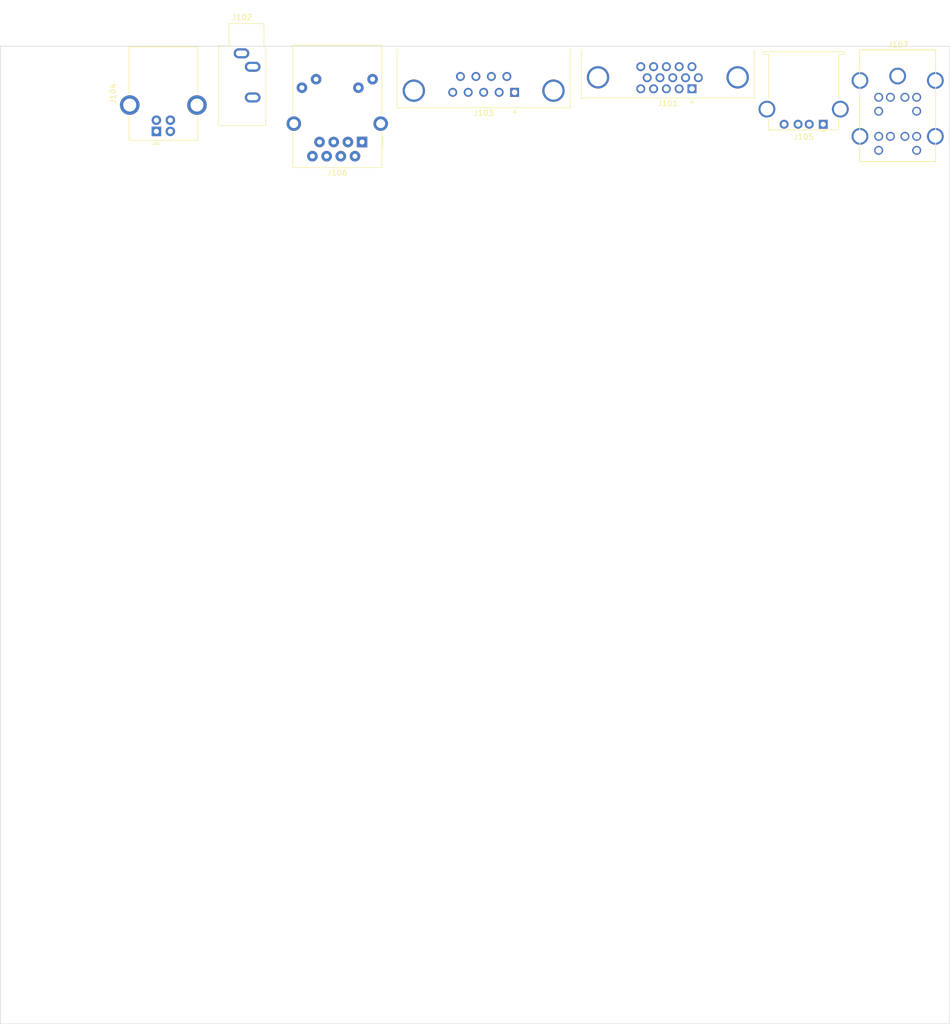
<source format=kicad_pcb>
(kicad_pcb (version 20171130) (host pcbnew 5.1.6+dfsg1-1)

  (general
    (thickness 1.6)
    (drawings 8)
    (tracks 0)
    (zones 0)
    (modules 7)
    (nets 6)
  )

  (page A3)
  (layers
    (0 F.Cu signal)
    (31 B.Cu signal)
    (32 B.Adhes user)
    (33 F.Adhes user)
    (34 B.Paste user)
    (35 F.Paste user)
    (36 B.SilkS user)
    (37 F.SilkS user)
    (38 B.Mask user)
    (39 F.Mask user)
    (40 Dwgs.User user)
    (41 Cmts.User user)
    (42 Eco1.User user)
    (43 Eco2.User user)
    (44 Edge.Cuts user)
    (45 Margin user)
    (46 B.CrtYd user)
    (47 F.CrtYd user)
    (48 B.Fab user)
    (49 F.Fab user)
  )

  (setup
    (last_trace_width 0.25)
    (trace_clearance 0.2)
    (zone_clearance 0.508)
    (zone_45_only no)
    (trace_min 0.2)
    (via_size 0.8)
    (via_drill 0.4)
    (via_min_size 0.4)
    (via_min_drill 0.3)
    (uvia_size 0.3)
    (uvia_drill 0.1)
    (uvias_allowed no)
    (uvia_min_size 0.2)
    (uvia_min_drill 0.1)
    (edge_width 0.05)
    (segment_width 0.2)
    (pcb_text_width 0.3)
    (pcb_text_size 1.5 1.5)
    (mod_edge_width 0.12)
    (mod_text_size 1 1)
    (mod_text_width 0.15)
    (pad_size 1.524 1.524)
    (pad_drill 0.762)
    (pad_to_mask_clearance 0.05)
    (aux_axis_origin 0 0)
    (visible_elements FFFFFF7F)
    (pcbplotparams
      (layerselection 0x010fc_ffffffff)
      (usegerberextensions false)
      (usegerberattributes true)
      (usegerberadvancedattributes true)
      (creategerberjobfile true)
      (excludeedgelayer true)
      (linewidth 0.100000)
      (plotframeref false)
      (viasonmask false)
      (mode 1)
      (useauxorigin false)
      (hpglpennumber 1)
      (hpglpenspeed 20)
      (hpglpendiameter 15.000000)
      (psnegative false)
      (psa4output false)
      (plotreference true)
      (plotvalue true)
      (plotinvisibletext false)
      (padsonsilk false)
      (subtractmaskfromsilk false)
      (outputformat 1)
      (mirror false)
      (drillshape 1)
      (scaleselection 1)
      (outputdirectory ""))
  )

  (net 0 "")
  (net 1 "Net-(J101-Pad0)")
  (net 2 "Net-(J103-Pad0)")
  (net 3 "Net-(J104-Pad5)")
  (net 4 "Net-(J105-Pad5)")
  (net 5 "Net-(J106-Pad13)")

  (net_class Default "This is the default net class."
    (clearance 0.2)
    (trace_width 0.25)
    (via_dia 0.8)
    (via_drill 0.4)
    (uvia_dia 0.3)
    (uvia_drill 0.1)
    (add_net "Net-(J101-Pad0)")
    (add_net "Net-(J101-Pad1)")
    (add_net "Net-(J101-Pad10)")
    (add_net "Net-(J101-Pad11)")
    (add_net "Net-(J101-Pad12)")
    (add_net "Net-(J101-Pad13)")
    (add_net "Net-(J101-Pad14)")
    (add_net "Net-(J101-Pad15)")
    (add_net "Net-(J101-Pad2)")
    (add_net "Net-(J101-Pad3)")
    (add_net "Net-(J101-Pad4)")
    (add_net "Net-(J101-Pad5)")
    (add_net "Net-(J101-Pad6)")
    (add_net "Net-(J101-Pad7)")
    (add_net "Net-(J101-Pad8)")
    (add_net "Net-(J101-Pad9)")
    (add_net "Net-(J102-PadR)")
    (add_net "Net-(J102-PadS)")
    (add_net "Net-(J102-PadT)")
    (add_net "Net-(J103-Pad0)")
    (add_net "Net-(J103-Pad1)")
    (add_net "Net-(J103-Pad2)")
    (add_net "Net-(J103-Pad3)")
    (add_net "Net-(J103-Pad4)")
    (add_net "Net-(J103-Pad5)")
    (add_net "Net-(J103-Pad6)")
    (add_net "Net-(J103-Pad7)")
    (add_net "Net-(J103-Pad8)")
    (add_net "Net-(J103-Pad9)")
    (add_net "Net-(J104-Pad1)")
    (add_net "Net-(J104-Pad2)")
    (add_net "Net-(J104-Pad3)")
    (add_net "Net-(J104-Pad4)")
    (add_net "Net-(J104-Pad5)")
    (add_net "Net-(J105-Pad1)")
    (add_net "Net-(J105-Pad2)")
    (add_net "Net-(J105-Pad3)")
    (add_net "Net-(J105-Pad4)")
    (add_net "Net-(J105-Pad5)")
    (add_net "Net-(J106-Pad13)")
    (add_net "Net-(J106-PadL1)")
    (add_net "Net-(J106-PadL2)")
    (add_net "Net-(J106-PadL3)")
    (add_net "Net-(J106-PadL4)")
    (add_net "Net-(J106-PadR1)")
    (add_net "Net-(J106-PadR2)")
    (add_net "Net-(J106-PadR3)")
    (add_net "Net-(J106-PadR4)")
    (add_net "Net-(J106-PadR5)")
    (add_net "Net-(J106-PadR6)")
    (add_net "Net-(J106-PadR7)")
    (add_net "Net-(J106-PadR8)")
    (add_net "Net-(J107-Pad1)")
    (add_net "Net-(J107-Pad10)")
    (add_net "Net-(J107-Pad11)")
    (add_net "Net-(J107-Pad12)")
    (add_net "Net-(J107-Pad2)")
    (add_net "Net-(J107-Pad3)")
    (add_net "Net-(J107-Pad4)")
    (add_net "Net-(J107-Pad5)")
    (add_net "Net-(J107-Pad6)")
    (add_net "Net-(J107-Pad7)")
    (add_net "Net-(J107-Pad8)")
    (add_net "Net-(J107-Pad9)")
  )

  (module Neotron-Common-Hardware:Double_mini-DIN_6 (layer F.Cu) (tedit 5DFE2C1E) (tstamp 5FCC20E1)
    (at 200.66 40.64)
    (descr "Double stacked header for PS/2 Keyboard and Mouse")
    (tags PS/2)
    (path /5FCD0B49)
    (fp_text reference J107 (at 0.1 -0.9) (layer F.SilkS)
      (effects (font (size 1 1) (thickness 0.15)))
    )
    (fp_text value Double-mini-DIN-6 (at 0 20.8) (layer F.Fab)
      (effects (font (size 1 1) (thickness 0.15)))
    )
    (fp_line (start -6.8 0) (end -6.8 20) (layer F.SilkS) (width 0.15))
    (fp_line (start 6.8 0) (end -6.8 0) (layer F.SilkS) (width 0.15))
    (fp_line (start 6.8 20) (end 6.8 0) (layer F.SilkS) (width 0.15))
    (fp_line (start -6.8 20) (end 6.8 20) (layer F.SilkS) (width 0.15))
    (pad 16 thru_hole circle (at -6.75 15.5) (size 2.99 2.99) (drill 2.29) (layers *.Cu *.Mask))
    (pad 17 thru_hole circle (at 6.75 15.5) (size 2.99 2.99) (drill 2.29) (layers *.Cu *.Mask))
    (pad 11 thru_hole circle (at -3.4 18) (size 1.6 1.6) (drill 1.1) (layers *.Cu *.Mask))
    (pad 9 thru_hole circle (at -3.4 15.5) (size 1.6 1.6) (drill 1.1) (layers *.Cu *.Mask))
    (pad 8 thru_hole circle (at 1.3 15.5) (size 1.6 1.6) (drill 1.1) (layers *.Cu *.Mask))
    (pad 12 thru_hole circle (at 3.4 18) (size 1.6 1.6) (drill 1.1) (layers *.Cu *.Mask))
    (pad 7 thru_hole circle (at -1.3 15.5) (size 1.6 1.6) (drill 1.1) (layers *.Cu *.Mask))
    (pad 10 thru_hole circle (at 3.4 15.5) (size 1.6 1.6) (drill 1.1) (layers *.Cu *.Mask))
    (pad 3 thru_hole circle (at -3.4 8.5) (size 1.6 1.6) (drill 1.1) (layers *.Cu *.Mask))
    (pad 2 thru_hole circle (at 1.3 8.5) (size 1.6 1.6) (drill 1.1) (layers *.Cu *.Mask))
    (pad 4 thru_hole circle (at 3.4 8.5) (size 1.6 1.6) (drill 1.1) (layers *.Cu *.Mask))
    (pad 1 thru_hole circle (at -1.3 8.5) (size 1.6 1.6) (drill 1.1) (layers *.Cu *.Mask))
    (pad 15 thru_hole circle (at 6.75 5.5) (size 2.99 2.99) (drill 2.29) (layers *.Cu *.Mask))
    (pad 14 thru_hole circle (at 0 4.7) (size 2.99 2.99) (drill 2.29) (layers *.Cu *.Mask))
    (pad 13 thru_hole circle (at -6.75 5.5) (size 2.99 2.99) (drill 2.29) (layers *.Cu *.Mask))
    (pad 5 thru_hole circle (at -3.4 11) (size 1.6 1.6) (drill 1.1) (layers *.Cu *.Mask))
    (pad 6 thru_hole circle (at 3.4 11) (size 1.6 1.6) (drill 1.1) (layers *.Cu *.Mask))
  )

  (module Connector_RJ:RJ45_Amphenol_RJMG1BD3B8K1ANR (layer F.Cu) (tedit 5ADFAE47) (tstamp 5FCC25D7)
    (at 104.775 57.15 180)
    (descr "1 Port RJ45 Magjack Connector Through Hole 10/100 Base-T, AutoMDIX, https://www.amphenolcanada.com/ProductSearch/Drawings/AC/RJMG1BD3B8K1ANR.PDF")
    (tags "RJ45 Magjack")
    (path /5FCC170E)
    (fp_text reference J106 (at 4.445 -5.49) (layer F.SilkS)
      (effects (font (size 1 1) (thickness 0.15)))
    )
    (fp_text value RJ45_Amphenol_RJMG1BD3B8K1ANR (at 4.445 18.23) (layer F.Fab)
      (effects (font (size 1 1) (thickness 0.15)))
    )
    (fp_text user %R (at 4.445 6.37) (layer F.Fab)
      (effects (font (size 1 1) (thickness 0.15)))
    )
    (fp_line (start -2.43 -4.49) (end 12.32 -4.49) (layer F.Fab) (width 0.1))
    (fp_line (start 12.32 -4.49) (end 12.32 17.23) (layer F.Fab) (width 0.1))
    (fp_line (start 12.32 17.23) (end -3.43 17.23) (layer F.Fab) (width 0.1))
    (fp_line (start -3.43 17.23) (end -3.43 -3.49) (layer F.Fab) (width 0.1))
    (fp_line (start -3.43 -3.49) (end -2.43 -4.49) (layer F.Fab) (width 0.1))
    (fp_line (start -3.53 1.69) (end -3.53 -4.59) (layer F.SilkS) (width 0.12))
    (fp_line (start -3.53 -4.59) (end 12.42 -4.59) (layer F.SilkS) (width 0.12))
    (fp_line (start 12.42 -4.59) (end 12.42 1.69) (layer F.SilkS) (width 0.12))
    (fp_line (start 12.42 4.89) (end 12.42 17.33) (layer F.SilkS) (width 0.12))
    (fp_line (start 12.42 17.33) (end -3.53 17.33) (layer F.SilkS) (width 0.12))
    (fp_line (start -3.53 17.33) (end -3.53 4.89) (layer F.SilkS) (width 0.12))
    (fp_line (start -3.73 -1) (end -3.73 1) (layer F.SilkS) (width 0.12))
    (fp_line (start -5.13 -4.99) (end -5.13 17.73) (layer F.CrtYd) (width 0.05))
    (fp_line (start -5.13 17.73) (end 14.02 17.73) (layer F.CrtYd) (width 0.05))
    (fp_line (start 14.02 17.73) (end 14.02 -4.99) (layer F.CrtYd) (width 0.05))
    (fp_line (start 14.02 -4.99) (end -5.13 -4.99) (layer F.CrtYd) (width 0.05))
    (pad "" np_thru_hole circle (at 10.16 6.34 180) (size 3.25 3.25) (drill 3.25) (layers *.Cu *.Mask))
    (pad "" np_thru_hole circle (at -1.27 6.34 180) (size 3.25 3.25) (drill 3.25) (layers *.Cu *.Mask))
    (pad 13 thru_hole circle (at 12.22 3.29 180) (size 2.6 2.6) (drill 1.6) (layers *.Cu *.Mask)
      (net 5 "Net-(J106-Pad13)"))
    (pad 13 thru_hole circle (at -3.33 3.29 180) (size 2.6 2.6) (drill 1.6) (layers *.Cu *.Mask)
      (net 5 "Net-(J106-Pad13)"))
    (pad L4 thru_hole circle (at -1.88 11.24 180) (size 1.89 1.89) (drill 0.89) (layers *.Cu *.Mask))
    (pad L3 thru_hole circle (at 0.66 9.72 180) (size 1.89 1.89) (drill 0.89) (layers *.Cu *.Mask))
    (pad L2 thru_hole circle (at 8.23 11.24 180) (size 1.89 1.89) (drill 0.89) (layers *.Cu *.Mask))
    (pad L1 thru_hole circle (at 10.77 9.72 180) (size 1.89 1.89) (drill 0.89) (layers *.Cu *.Mask))
    (pad R8 thru_hole circle (at 8.89 -2.54 180) (size 1.9 1.9) (drill 0.9) (layers *.Cu *.Mask))
    (pad R7 thru_hole circle (at 7.62 0 180) (size 1.9 1.9) (drill 0.9) (layers *.Cu *.Mask))
    (pad R6 thru_hole circle (at 6.35 -2.54 180) (size 1.9 1.9) (drill 0.9) (layers *.Cu *.Mask))
    (pad R5 thru_hole circle (at 5.08 0 180) (size 1.9 1.9) (drill 0.9) (layers *.Cu *.Mask))
    (pad R4 thru_hole circle (at 3.81 -2.54 180) (size 1.9 1.9) (drill 0.9) (layers *.Cu *.Mask))
    (pad R3 thru_hole circle (at 2.54 0 180) (size 1.9 1.9) (drill 0.9) (layers *.Cu *.Mask))
    (pad R2 thru_hole circle (at 1.27 -2.54 180) (size 1.9 1.9) (drill 0.9) (layers *.Cu *.Mask))
    (pad R1 thru_hole rect (at 0 0 180) (size 1.9 1.9) (drill 0.9) (layers *.Cu *.Mask))
    (model ${KISYS3DMOD}/Connector_RJ.3dshapes/RJ45_Amphenol_RJMG1BD3B8K1ANR.wrl
      (at (xyz 0 0 0))
      (scale (xyz 1 1 1))
      (rotate (xyz 0 0 0))
    )
  )

  (module Connector_USB:USB_A_Stewart_SS-52100-001_Horizontal (layer F.Cu) (tedit 5CB49A87) (tstamp 5FCC2195)
    (at 187.325 53.975 180)
    (descr "USB A connector https://belfuse.com/resources/drawings/stewartconnector/dr-stw-ss-52100-001.pdf")
    (tags "USB_A Female Connector receptacle")
    (path /5FCCA16F)
    (fp_text reference J105 (at 3.5 -2.26) (layer F.SilkS)
      (effects (font (size 1 1) (thickness 0.15)))
    )
    (fp_text value USB_A (at 3.5 14.49) (layer F.Fab)
      (effects (font (size 1 1) (thickness 0.15)))
    )
    (fp_text user %R (at 3.5 5.99) (layer F.Fab)
      (effects (font (size 1 1) (thickness 0.15)))
    )
    (fp_line (start 10.25 4.74) (end 11.25 4.74) (layer F.CrtYd) (width 0.05))
    (fp_line (start 10.25 11.99) (end 10.25 4.74) (layer F.CrtYd) (width 0.05))
    (fp_line (start 11.25 11.99) (end 10.25 11.99) (layer F.CrtYd) (width 0.05))
    (fp_line (start 11.25 13.49) (end 11.25 11.99) (layer F.CrtYd) (width 0.05))
    (fp_line (start -4.25 13.49) (end 11.25 13.49) (layer F.CrtYd) (width 0.05))
    (fp_line (start -4.25 11.99) (end -4.25 13.49) (layer F.CrtYd) (width 0.05))
    (fp_line (start -3.25 11.99) (end -4.25 11.99) (layer F.CrtYd) (width 0.05))
    (fp_line (start -3.25 4.74) (end -3.25 11.99) (layer F.CrtYd) (width 0.05))
    (fp_line (start 0 -0.76) (end 0.25 -1.01) (layer F.Fab) (width 0.1))
    (fp_line (start -0.25 -1.01) (end 0 -0.76) (layer F.Fab) (width 0.1))
    (fp_line (start -0.5 -1.26) (end 0.5 -1.26) (layer F.SilkS) (width 0.12))
    (fp_line (start -3.75 12.49) (end -3.75 12.99) (layer F.SilkS) (width 0.12))
    (fp_line (start -2.75 12.49) (end -3.75 12.49) (layer F.SilkS) (width 0.12))
    (fp_line (start -2.75 4.49) (end -2.75 12.49) (layer F.SilkS) (width 0.12))
    (fp_line (start -2.75 -1.01) (end -2.75 0.99) (layer F.SilkS) (width 0.12))
    (fp_line (start 9.75 -1.01) (end -2.75 -1.01) (layer F.SilkS) (width 0.12))
    (fp_line (start 9.75 0.99) (end 9.75 -1.01) (layer F.SilkS) (width 0.12))
    (fp_line (start 9.75 12.49) (end 9.75 4.49) (layer F.SilkS) (width 0.12))
    (fp_line (start 10.75 12.49) (end 9.75 12.49) (layer F.SilkS) (width 0.12))
    (fp_line (start 10.75 12.99) (end 10.75 12.49) (layer F.SilkS) (width 0.12))
    (fp_line (start -3.75 12.99) (end 10.75 12.99) (layer F.SilkS) (width 0.12))
    (fp_line (start 9.75 12.49) (end 9.75 -1.01) (layer F.Fab) (width 0.1))
    (fp_line (start -2.75 -1.01) (end 9.75 -1.01) (layer F.Fab) (width 0.1))
    (fp_line (start -2.75 12.49) (end -2.75 -1.01) (layer F.Fab) (width 0.1))
    (fp_line (start -3.75 12.99) (end 10.75 12.99) (layer F.Fab) (width 0.1))
    (fp_line (start -3.75 12.99) (end -3.75 12.49) (layer F.Fab) (width 0.1))
    (fp_line (start -3.75 12.49) (end -2.75 12.49) (layer F.Fab) (width 0.1))
    (fp_line (start 9.75 12.49) (end 10.75 12.49) (layer F.Fab) (width 0.1))
    (fp_line (start 10.75 12.49) (end 10.75 12.99) (layer F.Fab) (width 0.1))
    (fp_line (start 12.15 1.99) (end 11.25 0.69) (layer F.CrtYd) (width 0.05))
    (fp_line (start 10.25 0.69) (end 11.25 0.69) (layer F.CrtYd) (width 0.05))
    (fp_line (start 12.15 1.99) (end 12.15 3.44) (layer F.CrtYd) (width 0.05))
    (fp_line (start 10.25 0.69) (end 10.25 -1.51) (layer F.CrtYd) (width 0.05))
    (fp_line (start 10.25 -1.51) (end -3.25 -1.51) (layer F.CrtYd) (width 0.05))
    (fp_line (start -3.25 0.69) (end -3.25 -1.51) (layer F.CrtYd) (width 0.05))
    (fp_line (start 12.15 3.44) (end 11.25 4.74) (layer F.CrtYd) (width 0.05))
    (fp_line (start -3.25 0.69) (end -4.25 0.69) (layer F.CrtYd) (width 0.05))
    (fp_line (start -5.15 3.44) (end -4.25 4.74) (layer F.CrtYd) (width 0.05))
    (fp_line (start -3.25 4.74) (end -4.25 4.74) (layer F.CrtYd) (width 0.05))
    (fp_line (start -5.15 3.44) (end -5.15 1.99) (layer F.CrtYd) (width 0.05))
    (fp_line (start -5.15 1.99) (end -4.25 0.69) (layer F.CrtYd) (width 0.05))
    (pad 4 thru_hole circle (at 7 0 180) (size 1.6 1.6) (drill 0.92) (layers *.Cu *.Mask))
    (pad 3 thru_hole circle (at 4.5 0 180) (size 1.6 1.6) (drill 0.92) (layers *.Cu *.Mask))
    (pad 2 thru_hole circle (at 2.5 0 180) (size 1.6 1.6) (drill 0.92) (layers *.Cu *.Mask))
    (pad 1 thru_hole rect (at 0 0 180) (size 1.6 1.6) (drill 0.92) (layers *.Cu *.Mask))
    (pad 5 thru_hole circle (at -3.07 2.71 180) (size 3 3) (drill 2.3) (layers *.Cu *.Mask)
      (net 4 "Net-(J105-Pad5)"))
    (pad 5 thru_hole circle (at 10.07 2.71 180) (size 3 3) (drill 2.3) (layers *.Cu *.Mask)
      (net 4 "Net-(J105-Pad5)"))
    (model ${KISYS3DMOD}/Connector_USB.3dshapes/USB_A_Stewart_SS-52100-001_Horizontal.wrl
      (at (xyz 0 0 0))
      (scale (xyz 1 1 1))
      (rotate (xyz 0 0 0))
    )
  )

  (module Connector_USB:USB_B_OST_USB-B1HSxx_Horizontal (layer F.Cu) (tedit 5AFE01FF) (tstamp 5FCC2217)
    (at 67.945 55.245 90)
    (descr "USB B receptacle, Horizontal, through-hole, http://www.on-shore.com/wp-content/uploads/2015/09/usb-b1hsxx.pdf")
    (tags "USB-B receptacle horizontal through-hole")
    (path /5FCCAB69)
    (fp_text reference J104 (at 6.76 -7.77 90) (layer F.SilkS)
      (effects (font (size 1 1) (thickness 0.15)))
    )
    (fp_text value USB_B (at 6.76 10.27 90) (layer F.Fab)
      (effects (font (size 1 1) (thickness 0.15)))
    )
    (fp_text user %R (at 6.76 1.25 90) (layer F.Fab)
      (effects (font (size 1 1) (thickness 0.15)))
    )
    (fp_line (start -0.49 -4.8) (end 15.01 -4.8) (layer F.Fab) (width 0.1))
    (fp_line (start 15.01 -4.8) (end 15.01 7.3) (layer F.Fab) (width 0.1))
    (fp_line (start 15.01 7.3) (end -1.49 7.3) (layer F.Fab) (width 0.1))
    (fp_line (start -1.49 7.3) (end -1.49 -3.8) (layer F.Fab) (width 0.1))
    (fp_line (start -1.49 -3.8) (end -0.49 -4.8) (layer F.Fab) (width 0.1))
    (fp_line (start 2.66 -4.91) (end -1.6 -4.91) (layer F.SilkS) (width 0.12))
    (fp_line (start -1.6 -4.91) (end -1.6 7.41) (layer F.SilkS) (width 0.12))
    (fp_line (start -1.6 7.41) (end 2.66 7.41) (layer F.SilkS) (width 0.12))
    (fp_line (start 6.76 -4.91) (end 15.12 -4.91) (layer F.SilkS) (width 0.12))
    (fp_line (start 15.12 -4.91) (end 15.12 7.41) (layer F.SilkS) (width 0.12))
    (fp_line (start 15.12 7.41) (end 6.76 7.41) (layer F.SilkS) (width 0.12))
    (fp_line (start -1.82 0) (end -2.32 -0.5) (layer F.SilkS) (width 0.12))
    (fp_line (start -2.32 -0.5) (end -2.32 0.5) (layer F.SilkS) (width 0.12))
    (fp_line (start -2.32 0.5) (end -1.82 0) (layer F.SilkS) (width 0.12))
    (fp_line (start -1.99 -7.02) (end -1.99 9.52) (layer F.CrtYd) (width 0.05))
    (fp_line (start -1.99 9.52) (end 15.51 9.52) (layer F.CrtYd) (width 0.05))
    (fp_line (start 15.51 9.52) (end 15.51 -7.02) (layer F.CrtYd) (width 0.05))
    (fp_line (start 15.51 -7.02) (end -1.99 -7.02) (layer F.CrtYd) (width 0.05))
    (pad 5 thru_hole circle (at 4.71 7.27 90) (size 3.5 3.5) (drill 2.33) (layers *.Cu *.Mask)
      (net 3 "Net-(J104-Pad5)"))
    (pad 5 thru_hole circle (at 4.71 -4.77 90) (size 3.5 3.5) (drill 2.33) (layers *.Cu *.Mask)
      (net 3 "Net-(J104-Pad5)"))
    (pad 4 thru_hole circle (at 2 0 90) (size 1.7 1.7) (drill 0.92) (layers *.Cu *.Mask))
    (pad 3 thru_hole circle (at 2 2.5 90) (size 1.7 1.7) (drill 0.92) (layers *.Cu *.Mask))
    (pad 2 thru_hole circle (at 0 2.5 90) (size 1.7 1.7) (drill 0.92) (layers *.Cu *.Mask))
    (pad 1 thru_hole rect (at 0 0 90) (size 1.7 1.7) (drill 0.92) (layers *.Cu *.Mask))
    (model ${KISYS3DMOD}/Connector_USB.3dshapes/USB_B_OST_USB-B1HSxx_Horizontal.wrl
      (at (xyz 0 0 0))
      (scale (xyz 1 1 1))
      (rotate (xyz 0 0 0))
    )
  )

  (module Connector_Dsub:DSUB-9_Male_Horizontal_P2.77x2.84mm_EdgePinOffset4.94mm_Housed_MountingHolesOffset7.48mm (layer F.Cu) (tedit 59FEDEE2) (tstamp 5FCC2285)
    (at 132.08 48.26 180)
    (descr "9-pin D-Sub connector, horizontal/angled (90 deg), THT-mount, male, pitch 2.77x2.84mm, pin-PCB-offset 4.9399999999999995mm, distance of mounting holes 25mm, distance of mounting holes to PCB edge 7.4799999999999995mm, see https://disti-assets.s3.amazonaws.com/tonar/files/datasheets/16730.pdf")
    (tags "9-pin D-Sub connector horizontal angled 90deg THT male pitch 2.77x2.84mm pin-PCB-offset 4.9399999999999995mm mounting-holes-distance 25mm mounting-hole-offset 25mm")
    (path /5FCBF65F)
    (fp_text reference J103 (at 5.54 -3.7) (layer F.SilkS)
      (effects (font (size 1 1) (thickness 0.15)))
    )
    (fp_text value DB9_Male_MountingHoles (at 5.54 15.68) (layer F.Fab)
      (effects (font (size 1 1) (thickness 0.15)))
    )
    (fp_text user %R (at 5.54 11.18) (layer F.Fab)
      (effects (font (size 1 1) (thickness 0.15)))
    )
    (fp_arc (start 18.04 0.3) (end 16.44 0.3) (angle 180) (layer F.Fab) (width 0.1))
    (fp_arc (start -6.96 0.3) (end -8.56 0.3) (angle 180) (layer F.Fab) (width 0.1))
    (fp_line (start -9.885 -2.7) (end -9.885 7.78) (layer F.Fab) (width 0.1))
    (fp_line (start -9.885 7.78) (end 20.965 7.78) (layer F.Fab) (width 0.1))
    (fp_line (start 20.965 7.78) (end 20.965 -2.7) (layer F.Fab) (width 0.1))
    (fp_line (start 20.965 -2.7) (end -9.885 -2.7) (layer F.Fab) (width 0.1))
    (fp_line (start -9.885 7.78) (end -9.885 8.18) (layer F.Fab) (width 0.1))
    (fp_line (start -9.885 8.18) (end 20.965 8.18) (layer F.Fab) (width 0.1))
    (fp_line (start 20.965 8.18) (end 20.965 7.78) (layer F.Fab) (width 0.1))
    (fp_line (start 20.965 7.78) (end -9.885 7.78) (layer F.Fab) (width 0.1))
    (fp_line (start -2.61 8.18) (end -2.61 14.18) (layer F.Fab) (width 0.1))
    (fp_line (start -2.61 14.18) (end 13.69 14.18) (layer F.Fab) (width 0.1))
    (fp_line (start 13.69 14.18) (end 13.69 8.18) (layer F.Fab) (width 0.1))
    (fp_line (start 13.69 8.18) (end -2.61 8.18) (layer F.Fab) (width 0.1))
    (fp_line (start -9.46 8.18) (end -9.46 13.18) (layer F.Fab) (width 0.1))
    (fp_line (start -9.46 13.18) (end -4.46 13.18) (layer F.Fab) (width 0.1))
    (fp_line (start -4.46 13.18) (end -4.46 8.18) (layer F.Fab) (width 0.1))
    (fp_line (start -4.46 8.18) (end -9.46 8.18) (layer F.Fab) (width 0.1))
    (fp_line (start 15.54 8.18) (end 15.54 13.18) (layer F.Fab) (width 0.1))
    (fp_line (start 15.54 13.18) (end 20.54 13.18) (layer F.Fab) (width 0.1))
    (fp_line (start 20.54 13.18) (end 20.54 8.18) (layer F.Fab) (width 0.1))
    (fp_line (start 20.54 8.18) (end 15.54 8.18) (layer F.Fab) (width 0.1))
    (fp_line (start -8.56 7.78) (end -8.56 0.3) (layer F.Fab) (width 0.1))
    (fp_line (start -5.36 7.78) (end -5.36 0.3) (layer F.Fab) (width 0.1))
    (fp_line (start 16.44 7.78) (end 16.44 0.3) (layer F.Fab) (width 0.1))
    (fp_line (start 19.64 7.78) (end 19.64 0.3) (layer F.Fab) (width 0.1))
    (fp_line (start -9.945 7.72) (end -9.945 -2.76) (layer F.SilkS) (width 0.12))
    (fp_line (start -9.945 -2.76) (end 21.025 -2.76) (layer F.SilkS) (width 0.12))
    (fp_line (start 21.025 -2.76) (end 21.025 7.72) (layer F.SilkS) (width 0.12))
    (fp_line (start -0.25 -3.654338) (end 0.25 -3.654338) (layer F.SilkS) (width 0.12))
    (fp_line (start 0.25 -3.654338) (end 0 -3.221325) (layer F.SilkS) (width 0.12))
    (fp_line (start 0 -3.221325) (end -0.25 -3.654338) (layer F.SilkS) (width 0.12))
    (fp_line (start -10.4 -3.25) (end -10.4 14.7) (layer F.CrtYd) (width 0.05))
    (fp_line (start -10.4 14.7) (end 21.5 14.7) (layer F.CrtYd) (width 0.05))
    (fp_line (start 21.5 14.7) (end 21.5 -3.25) (layer F.CrtYd) (width 0.05))
    (fp_line (start 21.5 -3.25) (end -10.4 -3.25) (layer F.CrtYd) (width 0.05))
    (pad 0 thru_hole circle (at 18.04 0.3 180) (size 4 4) (drill 3.2) (layers *.Cu *.Mask)
      (net 2 "Net-(J103-Pad0)"))
    (pad 0 thru_hole circle (at -6.96 0.3 180) (size 4 4) (drill 3.2) (layers *.Cu *.Mask)
      (net 2 "Net-(J103-Pad0)"))
    (pad 9 thru_hole circle (at 9.695 2.84 180) (size 1.6 1.6) (drill 1) (layers *.Cu *.Mask))
    (pad 8 thru_hole circle (at 6.925 2.84 180) (size 1.6 1.6) (drill 1) (layers *.Cu *.Mask))
    (pad 7 thru_hole circle (at 4.155 2.84 180) (size 1.6 1.6) (drill 1) (layers *.Cu *.Mask))
    (pad 6 thru_hole circle (at 1.385 2.84 180) (size 1.6 1.6) (drill 1) (layers *.Cu *.Mask))
    (pad 5 thru_hole circle (at 11.08 0 180) (size 1.6 1.6) (drill 1) (layers *.Cu *.Mask))
    (pad 4 thru_hole circle (at 8.31 0 180) (size 1.6 1.6) (drill 1) (layers *.Cu *.Mask))
    (pad 3 thru_hole circle (at 5.54 0 180) (size 1.6 1.6) (drill 1) (layers *.Cu *.Mask))
    (pad 2 thru_hole circle (at 2.77 0 180) (size 1.6 1.6) (drill 1) (layers *.Cu *.Mask))
    (pad 1 thru_hole rect (at 0 0 180) (size 1.6 1.6) (drill 1) (layers *.Cu *.Mask))
    (model ${KISYS3DMOD}/Connector_Dsub.3dshapes/DSUB-9_Male_Horizontal_P2.77x2.84mm_EdgePinOffset4.94mm_Housed_MountingHolesOffset7.48mm.wrl
      (at (xyz 0 0 0))
      (scale (xyz 1 1 1))
      (rotate (xyz 0 0 0))
    )
  )

  (module Connector_Audio:Jack_3.5mm_CUI_SJ1-3533NG_Horizontal (layer F.Cu) (tedit 5BAD3514) (tstamp 5FCC2656)
    (at 83.185 41.275)
    (descr "TRS 3.5mm, horizontal, through-hole, https://www.cui.com/product/resource/sj1-353xng.pdf")
    (tags "TRS audio jack stereo horizontal")
    (path /5FCC9839)
    (fp_text reference J102 (at 0.1 -6.45) (layer F.SilkS)
      (effects (font (size 1 1) (thickness 0.15)))
    )
    (fp_text value AudioJack3 (at 0.1 14.05) (layer F.Fab)
      (effects (font (size 1 1) (thickness 0.15)))
    )
    (fp_text user %R (at 0.1 3.8) (layer F.Fab)
      (effects (font (size 1 1) (thickness 0.15)))
    )
    (fp_line (start -2.1 -5.2) (end 3.9 -5.2) (layer F.Fab) (width 0.1))
    (fp_line (start 3.9 -5.2) (end 3.9 -1.2) (layer F.Fab) (width 0.1))
    (fp_line (start 3.9 -1.2) (end 4.2 -1.2) (layer F.Fab) (width 0.1))
    (fp_line (start 4.2 -1.2) (end 4.2 12.8) (layer F.Fab) (width 0.1))
    (fp_line (start 4.2 12.8) (end -4 12.8) (layer F.Fab) (width 0.1))
    (fp_line (start -4 12.8) (end -4 -1.2) (layer F.Fab) (width 0.1))
    (fp_line (start -4 -1.2) (end -2.1 -1.2) (layer F.Fab) (width 0.1))
    (fp_line (start -2.1 -1.2) (end -2.1 -5.2) (layer F.Fab) (width 0.1))
    (fp_line (start -2.22 -5.32) (end 4.02 -5.32) (layer F.SilkS) (width 0.12))
    (fp_line (start 4.02 -5.32) (end 4.02 -1.32) (layer F.SilkS) (width 0.12))
    (fp_line (start 4.02 -1.32) (end 4.32 -1.32) (layer F.SilkS) (width 0.12))
    (fp_line (start 4.32 -1.32) (end 4.32 12.92) (layer F.SilkS) (width 0.12))
    (fp_line (start 4.32 12.92) (end -4.12 12.92) (layer F.SilkS) (width 0.12))
    (fp_line (start -4.12 12.92) (end -4.12 -1.32) (layer F.SilkS) (width 0.12))
    (fp_line (start -4.12 -1.32) (end -2.22 -1.32) (layer F.SilkS) (width 0.12))
    (fp_line (start -2.22 -1.32) (end -2.22 -5.32) (layer F.SilkS) (width 0.12))
    (fp_line (start -4.5 -5.7) (end -4.5 13.3) (layer F.CrtYd) (width 0.05))
    (fp_line (start -4.5 13.3) (end 4.7 13.3) (layer F.CrtYd) (width 0.05))
    (fp_line (start 4.7 13.3) (end 4.7 -5.7) (layer F.CrtYd) (width 0.05))
    (fp_line (start 4.7 -5.7) (end -4.5 -5.7) (layer F.CrtYd) (width 0.05))
    (pad R thru_hole oval (at 2 7.9) (size 2.8 1.8) (drill oval 2 1) (layers *.Cu *.Mask))
    (pad T thru_hole oval (at 2 2.4) (size 2.8 1.8) (drill oval 2 1) (layers *.Cu *.Mask))
    (pad S thru_hole oval (at 0 0) (size 2.8 1.8) (drill oval 2 1) (layers *.Cu *.Mask))
    (model ${KISYS3DMOD}/Connector_Audio.3dshapes/Jack_3.5mm_CUI_SJ1-3533NG_Horizontal.wrl
      (at (xyz 0 0 0))
      (scale (xyz 1 1 1))
      (rotate (xyz 0 0 0))
    )
  )

  (module Connector_Dsub:DSUB-15-HD_Male_Horizontal_P2.29x1.98mm_EdgePinOffset3.03mm_Housed_MountingHolesOffset4.94mm (layer F.Cu) (tedit 59FEDEE2) (tstamp 5FCC232D)
    (at 163.83 47.625 180)
    (descr "15-pin D-Sub connector, horizontal/angled (90 deg), THT-mount, male, pitch 2.29x1.98mm, pin-PCB-offset 3.0300000000000002mm, distance of mounting holes 25mm, distance of mounting holes to PCB edge 4.9399999999999995mm, see https://disti-assets.s3.amazonaws.com/tonar/files/datasheets/16730.pdf")
    (tags "15-pin D-Sub connector horizontal angled 90deg THT male pitch 2.29x1.98mm pin-PCB-offset 3.0300000000000002mm mounting-holes-distance 25mm mounting-hole-offset 25mm")
    (path /5FCCD62D)
    (fp_text reference J101 (at 4.315 -2.61) (layer F.SilkS)
      (effects (font (size 1 1) (thickness 0.15)))
    )
    (fp_text value DB15_Female_HighDensity_MountingHoles (at 4.315 14.89) (layer F.Fab)
      (effects (font (size 1 1) (thickness 0.15)))
    )
    (fp_text user %R (at 4.315 10.39) (layer F.Fab)
      (effects (font (size 1 1) (thickness 0.15)))
    )
    (fp_arc (start 16.815 2.05) (end 15.215 2.05) (angle 180) (layer F.Fab) (width 0.1))
    (fp_arc (start -8.185 2.05) (end -9.785 2.05) (angle 180) (layer F.Fab) (width 0.1))
    (fp_line (start -11.11 -1.61) (end -11.11 6.99) (layer F.Fab) (width 0.1))
    (fp_line (start -11.11 6.99) (end 19.74 6.99) (layer F.Fab) (width 0.1))
    (fp_line (start 19.74 6.99) (end 19.74 -1.61) (layer F.Fab) (width 0.1))
    (fp_line (start 19.74 -1.61) (end -11.11 -1.61) (layer F.Fab) (width 0.1))
    (fp_line (start -11.11 6.99) (end -11.11 7.39) (layer F.Fab) (width 0.1))
    (fp_line (start -11.11 7.39) (end 19.74 7.39) (layer F.Fab) (width 0.1))
    (fp_line (start 19.74 7.39) (end 19.74 6.99) (layer F.Fab) (width 0.1))
    (fp_line (start 19.74 6.99) (end -11.11 6.99) (layer F.Fab) (width 0.1))
    (fp_line (start -3.835 7.39) (end -3.835 13.39) (layer F.Fab) (width 0.1))
    (fp_line (start -3.835 13.39) (end 12.465 13.39) (layer F.Fab) (width 0.1))
    (fp_line (start 12.465 13.39) (end 12.465 7.39) (layer F.Fab) (width 0.1))
    (fp_line (start 12.465 7.39) (end -3.835 7.39) (layer F.Fab) (width 0.1))
    (fp_line (start -10.685 7.39) (end -10.685 12.39) (layer F.Fab) (width 0.1))
    (fp_line (start -10.685 12.39) (end -5.685 12.39) (layer F.Fab) (width 0.1))
    (fp_line (start -5.685 12.39) (end -5.685 7.39) (layer F.Fab) (width 0.1))
    (fp_line (start -5.685 7.39) (end -10.685 7.39) (layer F.Fab) (width 0.1))
    (fp_line (start 14.315 7.39) (end 14.315 12.39) (layer F.Fab) (width 0.1))
    (fp_line (start 14.315 12.39) (end 19.315 12.39) (layer F.Fab) (width 0.1))
    (fp_line (start 19.315 12.39) (end 19.315 7.39) (layer F.Fab) (width 0.1))
    (fp_line (start 19.315 7.39) (end 14.315 7.39) (layer F.Fab) (width 0.1))
    (fp_line (start -9.785 6.99) (end -9.785 2.05) (layer F.Fab) (width 0.1))
    (fp_line (start -6.585 6.99) (end -6.585 2.05) (layer F.Fab) (width 0.1))
    (fp_line (start 15.215 6.99) (end 15.215 2.05) (layer F.Fab) (width 0.1))
    (fp_line (start 18.415 6.99) (end 18.415 2.05) (layer F.Fab) (width 0.1))
    (fp_line (start -11.17 6.93) (end -11.17 -1.67) (layer F.SilkS) (width 0.12))
    (fp_line (start -11.17 -1.67) (end 19.8 -1.67) (layer F.SilkS) (width 0.12))
    (fp_line (start 19.8 -1.67) (end 19.8 6.93) (layer F.SilkS) (width 0.12))
    (fp_line (start -0.25 -2.564338) (end 0.25 -2.564338) (layer F.SilkS) (width 0.12))
    (fp_line (start 0.25 -2.564338) (end 0 -2.131325) (layer F.SilkS) (width 0.12))
    (fp_line (start 0 -2.131325) (end -0.25 -2.564338) (layer F.SilkS) (width 0.12))
    (fp_line (start -11.65 -2.15) (end -11.65 13.9) (layer F.CrtYd) (width 0.05))
    (fp_line (start -11.65 13.9) (end 20.25 13.9) (layer F.CrtYd) (width 0.05))
    (fp_line (start 20.25 13.9) (end 20.25 -2.15) (layer F.CrtYd) (width 0.05))
    (fp_line (start 20.25 -2.15) (end -11.65 -2.15) (layer F.CrtYd) (width 0.05))
    (pad 0 thru_hole circle (at 16.815 2.05 180) (size 4 4) (drill 3.2) (layers *.Cu *.Mask)
      (net 1 "Net-(J101-Pad0)"))
    (pad 0 thru_hole circle (at -8.185 2.05 180) (size 4 4) (drill 3.2) (layers *.Cu *.Mask)
      (net 1 "Net-(J101-Pad0)"))
    (pad 15 thru_hole circle (at 9.16 3.96 180) (size 1.6 1.6) (drill 1) (layers *.Cu *.Mask))
    (pad 14 thru_hole circle (at 6.87 3.96 180) (size 1.6 1.6) (drill 1) (layers *.Cu *.Mask))
    (pad 13 thru_hole circle (at 4.58 3.96 180) (size 1.6 1.6) (drill 1) (layers *.Cu *.Mask))
    (pad 12 thru_hole circle (at 2.29 3.96 180) (size 1.6 1.6) (drill 1) (layers *.Cu *.Mask))
    (pad 11 thru_hole circle (at 0 3.96 180) (size 1.6 1.6) (drill 1) (layers *.Cu *.Mask))
    (pad 10 thru_hole circle (at 8.015 1.98 180) (size 1.6 1.6) (drill 1) (layers *.Cu *.Mask))
    (pad 9 thru_hole circle (at 5.725 1.98 180) (size 1.6 1.6) (drill 1) (layers *.Cu *.Mask))
    (pad 8 thru_hole circle (at 3.435 1.98 180) (size 1.6 1.6) (drill 1) (layers *.Cu *.Mask))
    (pad 7 thru_hole circle (at 1.145 1.98 180) (size 1.6 1.6) (drill 1) (layers *.Cu *.Mask))
    (pad 6 thru_hole circle (at -1.145 1.98 180) (size 1.6 1.6) (drill 1) (layers *.Cu *.Mask))
    (pad 5 thru_hole circle (at 9.16 0 180) (size 1.6 1.6) (drill 1) (layers *.Cu *.Mask))
    (pad 4 thru_hole circle (at 6.87 0 180) (size 1.6 1.6) (drill 1) (layers *.Cu *.Mask))
    (pad 3 thru_hole circle (at 4.58 0 180) (size 1.6 1.6) (drill 1) (layers *.Cu *.Mask))
    (pad 2 thru_hole circle (at 2.29 0 180) (size 1.6 1.6) (drill 1) (layers *.Cu *.Mask))
    (pad 1 thru_hole rect (at 0 0 180) (size 1.6 1.6) (drill 1) (layers *.Cu *.Mask))
    (model ${KISYS3DMOD}/Connector_Dsub.3dshapes/DSUB-15-HD_Male_Horizontal_P2.29x1.98mm_EdgePinOffset3.03mm_Housed_MountingHolesOffset4.94mm.wrl
      (at (xyz 0 0 0))
      (scale (xyz 1 1 1))
      (rotate (xyz 0 0 0))
    )
  )

  (gr_line (start 209.9 40.1) (end 209.9 73) (layer F.CrtYd) (width 0.1) (tstamp 5FCC270B))
  (gr_line (start 53.4 40.1) (end 209.9 40.1) (layer F.CrtYd) (width 0.1) (tstamp 5FCC270A))
  (gr_line (start 53.4 73) (end 53.4 40.1) (layer F.CrtYd) (width 0.1) (tstamp 5FCC2709))
  (gr_line (start 209.9 73) (end 53.4 73) (layer F.CrtYd) (width 0.1) (tstamp 5FCC2708))
  (gr_line (start 210 40) (end 210 215) (layer Edge.Cuts) (width 0.1) (tstamp 5FCC22EC))
  (gr_line (start 40 40) (end 210 40) (layer Edge.Cuts) (width 0.1) (tstamp 5FCC22EF))
  (gr_line (start 40 215) (end 40 40) (layer Edge.Cuts) (width 0.1) (tstamp 5FCC26F7))
  (gr_line (start 210 215) (end 40 215) (layer Edge.Cuts) (width 0.1) (tstamp 5FCC2250))

)

</source>
